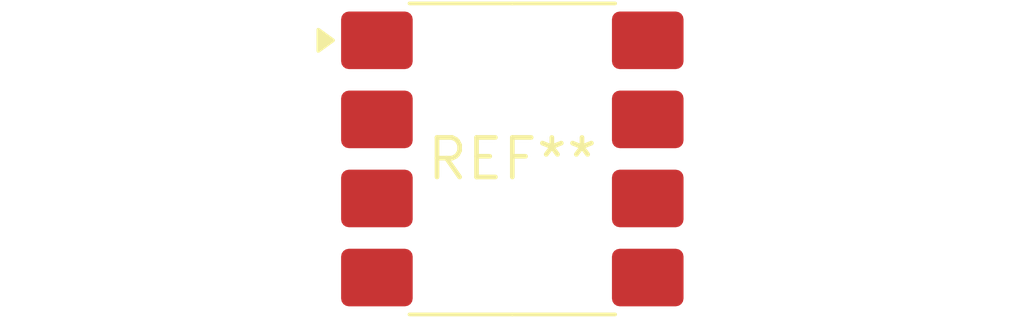
<source format=kicad_pcb>
(kicad_pcb (version 20240108) (generator pcbnew)
  (layers (0 "F.Cu" signal) (31 "B.Cu" signal) (34 "B.Paste" user) (35 "F.Paste" user) (36 "B.SilkS" user "B.Silkscreen") (37 "F.SilkS" user "F.Silkscreen") (38 "B.Mask" user) (39 "F.Mask" user) (44 "Edge.Cuts" user))
  (net 0 "")
  (footprint "SOP-8_6.605x9.655mm_P2.54mm" (layer "F.Cu") (at 0 0)
    (property "Reference" "REF**")
    (property "Value" "SOP-8_6.605x9.655mm_P2.54mm")
    (fp_line (start 0 -4.995) (end -3.3025 -4.995) (layer "F.SilkS") (stroke (width 0.12)))
    (fp_line (start 0 -4.995) (end 3.3025 -4.995) (layer "F.SilkS") (stroke (width 0.12)))
    (fp_line (start 0 4.995) (end -3.3025 4.995) (layer "F.SilkS") (stroke (width 0.12)))
    (fp_line (start 0 4.995) (end 3.3025 4.995) (layer "F.SilkS") (stroke (width 0.12)))
    (fp_poly (pts (xy -5.76 -3.81) (xy -6.23 -4.15) (xy -6.23 -3.47) (xy -5.76 -3.81)) (layer "F.SilkS") (stroke (width 0.12)) (fill solid))
    (pad "1" smd roundrect (at -4.35 -3.81) (size 2.3 1.85) (layers "F.Cu" "F.Paste" "F.Mask") (roundrect_rratio 0.135135))
    (pad "2" smd roundrect (at -4.35 -1.27) (size 2.3 1.85) (layers "F.Cu" "F.Paste" "F.Mask") (roundrect_rratio 0.135135))
    (pad "3" smd roundrect (at -4.35 1.27) (size 2.3 1.85) (layers "F.Cu" "F.Paste" "F.Mask") (roundrect_rratio 0.135135))
    (pad "4" smd roundrect (at -4.35 3.81) (size 2.3 1.85) (layers "F.Cu" "F.Paste" "F.Mask") (roundrect_rratio 0.135135))
    (pad "5" smd roundrect (at 4.35 3.81) (size 2.3 1.85) (layers "F.Cu" "F.Paste" "F.Mask") (roundrect_rratio 0.135135))
    (pad "6" smd roundrect (at 4.35 1.27) (size 2.3 1.85) (layers "F.Cu" "F.Paste" "F.Mask") (roundrect_rratio 0.135135))
    (pad "7" smd roundrect (at 4.35 -1.27) (size 2.3 1.85) (layers "F.Cu" "F.Paste" "F.Mask") (roundrect_rratio 0.135135))
    (pad "8" smd roundrect (at 4.35 -3.81) (size 2.3 1.85) (layers "F.Cu" "F.Paste" "F.Mask") (roundrect_rratio 0.135135))
  )
)
</source>
